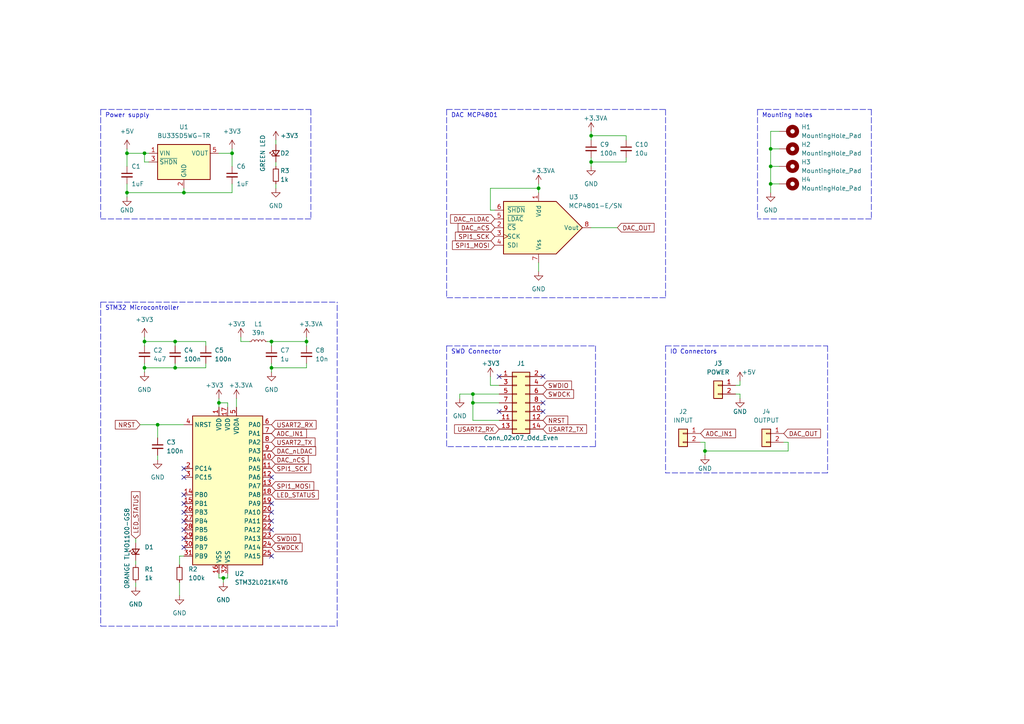
<source format=kicad_sch>
(kicad_sch (version 20211123) (generator eeschema)
  (paper "A4")
  (title_block (title "STM32L02 Test Board") (date "2022-03-16") (rev "1.0") (company "ENSEA"))
  (lib_symbols
    (symbol "Analog_DAC:MCP4801" (pin_names (offset 1.016))
      (property "Reference" "U" (at 1.27 10.795 0))
      (property "Value" "MCP4801" (at 1.27 8.89 0))
      (symbol "MCP4801_0_0"
        (polyline (pts (xy 12.7 0) (xy 5.08 7.62) (xy -10.16 7.62) (xy -10.16 -7.62) (xy 5.08 -7.62) (xy 12.7 0)) (stroke (width 0.254)) (fill (type background)))
      )
      (symbol "MCP4801_1_1"
        (pin power_in line (at 0 10.16 270) (length 2.54) (name "Vdd") (number "1"))
        (pin input line (at -12.7 0 0) (length 2.54) (name "~{CS}") (number "2"))
        (pin input clock (at -12.7 -2.54 0) (length 2.54) (name "SCK") (number "3"))
        (pin input line (at -12.7 -5.08 0) (length 2.54) (name "SDI") (number "4"))
        (pin input line (at -12.7 2.54 0) (length 2.54) (name "~{LDAC}") (number "5"))
        (pin input line (at -12.7 5.08 0) (length 2.54) (name "~{SHDN}") (number "6"))
        (pin power_in line (at 0 -10.16 90) (length 2.54) (name "Vss") (number "7"))
        (pin output line (at 15.24 0 180) (length 2.54) (name "Vout") (number "8"))
      )
    )
    (symbol "Connector_Generic:Conn_01x02" (pin_names (offset 1.016) hide)
      (property "Reference" "J" (at 0 2.54 0))
      (property "Value" "Conn_01x02" (at 0 -5.08 0))
      (symbol "Conn_01x02_1_1"
        (rectangle (start -1.27 -2.413) (end 0 -2.667) (stroke (width 0.1524)))
        (rectangle (start -1.27 0.127) (end 0 -0.127) (stroke (width 0.1524)))
        (rectangle (start -1.27 1.27) (end 1.27 -3.81) (stroke (width 0.254)) (fill (type background)))
        (pin passive line (at -5.08 0 0) (length 3.81) (name "Pin_1") (number "1"))
        (pin passive line (at -5.08 -2.54 0) (length 3.81) (name "Pin_2") (number "2"))
      )
    )
    (symbol "Connector_Generic:Conn_02x07_Odd_Even" (pin_names (offset 1.016) hide)
      (property "Reference" "J" (at 1.27 10.16 0))
      (property "Value" "Conn_02x07_Odd_Even" (at 1.27 -10.16 0))
      (symbol "Conn_02x07_Odd_Even_1_1"
        (rectangle (start -1.27 -7.493) (end 0 -7.747) (stroke (width 0.1524)))
        (rectangle (start -1.27 -4.953) (end 0 -5.207) (stroke (width 0.1524)))
        (rectangle (start -1.27 -2.413) (end 0 -2.667) (stroke (width 0.1524)))
        (rectangle (start -1.27 0.127) (end 0 -0.127) (stroke (width 0.1524)))
        (rectangle (start -1.27 2.667) (end 0 2.413) (stroke (width 0.1524)))
        (rectangle (start -1.27 5.207) (end 0 4.953) (stroke (width 0.1524)))
        (rectangle (start -1.27 7.747) (end 0 7.493) (stroke (width 0.1524)))
        (rectangle (start -1.27 8.89) (end 3.81 -8.89) (stroke (width 0.254)) (fill (type background)))
        (rectangle (start 3.81 -7.493) (end 2.54 -7.747) (stroke (width 0.1524)))
        (rectangle (start 3.81 -4.953) (end 2.54 -5.207) (stroke (width 0.1524)))
        (rectangle (start 3.81 -2.413) (end 2.54 -2.667) (stroke (width 0.1524)))
        (rectangle (start 3.81 0.127) (end 2.54 -0.127) (stroke (width 0.1524)))
        (rectangle (start 3.81 2.667) (end 2.54 2.413) (stroke (width 0.1524)))
        (rectangle (start 3.81 5.207) (end 2.54 4.953) (stroke (width 0.1524)))
        (rectangle (start 3.81 7.747) (end 2.54 7.493) (stroke (width 0.1524)))
        (pin passive line (at -5.08 7.62 0) (length 3.81) (name "Pin_1") (number "1"))
        (pin passive line (at 7.62 -2.54 180) (length 3.81) (name "Pin_10") (number "10"))
        (pin passive line (at -5.08 -5.08 0) (length 3.81) (name "Pin_11") (number "11"))
        (pin passive line (at 7.62 -5.08 180) (length 3.81) (name "Pin_12") (number "12"))
        (pin passive line (at -5.08 -7.62 0) (length 3.81) (name "Pin_13") (number "13"))
        (pin passive line (at 7.62 -7.62 180) (length 3.81) (name "Pin_14") (number "14"))
        (pin passive line (at 7.62 7.62 180) (length 3.81) (name "Pin_2") (number "2"))
        (pin passive line (at -5.08 5.08 0) (length 3.81) (name "Pin_3") (number "3"))
        (pin passive line (at 7.62 5.08 180) (length 3.81) (name "Pin_4") (number "4"))
        (pin passive line (at -5.08 2.54 0) (length 3.81) (name "Pin_5") (number "5"))
        (pin passive line (at 7.62 2.54 180) (length 3.81) (name "Pin_6") (number "6"))
        (pin passive line (at -5.08 0 0) (length 3.81) (name "Pin_7") (number "7"))
        (pin passive line (at 7.62 0 180) (length 3.81) (name "Pin_8") (number "8"))
        (pin passive line (at -5.08 -2.54 0) (length 3.81) (name "Pin_9") (number "9"))
      )
    )
    (symbol "Device:C_Small" (pin_numbers hide) (pin_names (offset 0.254) hide)
      (property "Reference" "C" (at 0.254 1.778 0))
      (property "Value" "C_Small" (at 0.254 -2.032 0))
      (symbol "C_Small_0_1"
        (polyline (pts (xy -1.524 -0.508) (xy 1.524 -0.508)) (stroke (width 0.3302)))
        (polyline (pts (xy -1.524 0.508) (xy 1.524 0.508)) (stroke (width 0.3048)))
      )
      (symbol "C_Small_1_1"
        (pin passive line (at 0 2.54 270) (length 2.032) (name "~") (number "1"))
        (pin passive line (at 0 -2.54 90) (length 2.032) (name "~") (number "2"))
      )
    )
    (symbol "Device:LED_Small" (pin_numbers hide) (pin_names (offset 0.254) hide)
      (property "Reference" "D" (at -1.27 3.175 0))
      (property "Value" "LED_Small" (at -4.445 -2.54 0))
      (symbol "LED_Small_0_1"
        (polyline (pts (xy -0.762 -1.016) (xy -0.762 1.016)) (stroke (width 0.254)))
        (polyline (pts (xy 1.016 0) (xy -0.762 0)))
        (polyline (pts (xy 0.762 -1.016) (xy -0.762 0) (xy 0.762 1.016) (xy 0.762 -1.016)) (stroke (width 0.254)))
        (polyline (pts (xy 0 0.762) (xy -0.508 1.27) (xy -0.254 1.27) (xy -0.508 1.27) (xy -0.508 1.016)))
        (polyline (pts (xy 0.508 1.27) (xy 0 1.778) (xy 0.254 1.778) (xy 0 1.778) (xy 0 1.524)))
      )
      (symbol "LED_Small_1_1"
        (pin passive line (at -2.54 0 0) (length 1.778) (name "K") (number "1"))
        (pin passive line (at 2.54 0 180) (length 1.778) (name "A") (number "2"))
      )
    )
    (symbol "Device:L_Small" (pin_numbers hide) (pin_names (offset 0.254) hide)
      (property "Reference" "L" (at 0.762 1.016 0))
      (property "Value" "L_Small" (at 0.762 -1.016 0))
      (symbol "L_Small_0_1"
        (arc (start 0 -2.032) (mid 0.508 -1.524) (end 0 -1.016))
        (arc (start 0 -1.016) (mid 0.508 -0.508) (end 0 0))
        (arc (start 0 0) (mid 0.508 0.508) (end 0 1.016))
        (arc (start 0 1.016) (mid 0.508 1.524) (end 0 2.032))
      )
      (symbol "L_Small_1_1"
        (pin passive line (at 0 2.54 270) (length 0.508) (name "~") (number "1"))
        (pin passive line (at 0 -2.54 90) (length 0.508) (name "~") (number "2"))
      )
    )
    (symbol "Device:R_Small" (pin_numbers hide) (pin_names (offset 0.254) hide)
      (property "Reference" "R" (at 0.762 0.508 0))
      (property "Value" "R_Small" (at 0.762 -1.016 0))
      (symbol "R_Small_0_1"
        (rectangle (start -0.762 1.778) (end 0.762 -1.778) (stroke (width 0.2032)))
      )
      (symbol "R_Small_1_1"
        (pin passive line (at 0 2.54 270) (length 0.762) (name "~") (number "1"))
        (pin passive line (at 0 -2.54 90) (length 0.762) (name "~") (number "2"))
      )
    )
    (symbol "MCU_ST_STM32L0:STM32L021K4Tx"
      (property "Reference" "U" (at -10.16 21.59 0))
      (property "Value" "STM32L021K4Tx" (at 5.08 21.59 0))
      (symbol "STM32L021K4Tx_0_1"
        (rectangle (start -10.16 -22.86) (end 10.16 20.32) (stroke (width 0.254)) (fill (type background)))
      )
      (symbol "STM32L021K4Tx_1_1"
        (pin power_in line (at -2.54 22.86 270) (length 2.54) (name "VDD") (number "1"))
        (pin bidirectional line (at 12.7 7.62 180) (length 2.54) (name "PA4") (number "10"))
        (pin bidirectional line (at 12.7 5.08 180) (length 2.54) (name "PA5") (number "11"))
        (pin bidirectional line (at 12.7 2.54 180) (length 2.54) (name "PA6") (number "12"))
        (pin bidirectional line (at 12.7 0 180) (length 2.54) (name "PA7") (number "13"))
        (pin bidirectional line (at -12.7 -2.54 0) (length 2.54) (name "PB0") (number "14"))
        (pin bidirectional line (at -12.7 -5.08 0) (length 2.54) (name "PB1") (number "15"))
        (pin power_in line (at -2.54 -25.4 90) (length 2.54) (name "VSS") (number "16"))
        (pin power_in line (at 0 22.86 270) (length 2.54) (name "VDD") (number "17"))
        (pin bidirectional line (at 12.7 -2.54 180) (length 2.54) (name "PA8") (number "18"))
        (pin bidirectional line (at 12.7 -5.08 180) (length 2.54) (name "PA9") (number "19"))
        (pin bidirectional line (at -12.7 5.08 0) (length 2.54) (name "PC14") (number "2"))
        (pin bidirectional line (at 12.7 -7.62 180) (length 2.54) (name "PA10") (number "20"))
        (pin bidirectional line (at 12.7 -10.16 180) (length 2.54) (name "PA11") (number "21"))
        (pin bidirectional line (at 12.7 -12.7 180) (length 2.54) (name "PA12") (number "22"))
        (pin bidirectional line (at 12.7 -15.24 180) (length 2.54) (name "PA13") (number "23"))
        (pin bidirectional line (at 12.7 -17.78 180) (length 2.54) (name "PA14") (number "24"))
        (pin bidirectional line (at 12.7 -20.32 180) (length 2.54) (name "PA15") (number "25"))
        (pin bidirectional line (at -12.7 -7.62 0) (length 2.54) (name "PB3") (number "26"))
        (pin bidirectional line (at -12.7 -10.16 0) (length 2.54) (name "PB4") (number "27"))
        (pin bidirectional line (at -12.7 -12.7 0) (length 2.54) (name "PB5") (number "28"))
        (pin bidirectional line (at -12.7 -15.24 0) (length 2.54) (name "PB6") (number "29"))
        (pin bidirectional line (at -12.7 2.54 0) (length 2.54) (name "PC15") (number "3"))
        (pin bidirectional line (at -12.7 -17.78 0) (length 2.54) (name "PB7") (number "30"))
        (pin bidirectional line (at -12.7 -20.32 0) (length 2.54) (name "PB9") (number "31"))
        (pin power_in line (at 0 -25.4 90) (length 2.54) (name "VSS") (number "32"))
        (pin input line (at -12.7 17.78 0) (length 2.54) (name "NRST") (number "4"))
        (pin power_in line (at 2.54 22.86 270) (length 2.54) (name "VDDA") (number "5"))
        (pin bidirectional line (at 12.7 17.78 180) (length 2.54) (name "PA0") (number "6"))
        (pin bidirectional line (at 12.7 15.24 180) (length 2.54) (name "PA1") (number "7"))
        (pin bidirectional line (at 12.7 12.7 180) (length 2.54) (name "PA2") (number "8"))
        (pin bidirectional line (at 12.7 10.16 180) (length 2.54) (name "PA3") (number "9"))
      )
    )
    (symbol "Mechanical:MountingHole_Pad" (pin_numbers hide) (pin_names (offset 1.016) hide)
      (property "Reference" "H" (at 0 6.35 0))
      (property "Value" "MountingHole_Pad" (at 0 4.445 0))
      (symbol "MountingHole_Pad_0_1"
        (circle (center 0 1.27) (radius 1.27) (stroke (width 1.27)))
      )
      (symbol "MountingHole_Pad_1_1"
        (pin input line (at 0 -2.54 90) (length 2.54) (name "1") (number "1"))
      )
    )
    (symbol "Regulator_Linear:MCP1802x-xx02xOT"
      (property "Reference" "U" (at -6.35 6.35 0))
      (property "Value" "MCP1802x-xx02xOT" (at 0 6.35 0))
      (symbol "MCP1802x-xx02xOT_0_1"
        (rectangle (start -7.62 5.08) (end 7.62 -5.08) (stroke (width 0.254)) (fill (type background)))
      )
      (symbol "MCP1802x-xx02xOT_1_1"
        (pin power_in line (at -10.16 2.54 0) (length 2.54) (name "VIN") (number "1"))
        (pin power_in line (at 0 -7.62 90) (length 2.54) (name "GND") (number "2"))
        (pin input line (at -10.16 0 0) (length 2.54) (name "~{SHDN}") (number "3"))
        (pin no_connect line (at 7.62 0 180) (length 2.54) hide (name "NC") (number "4"))
        (pin power_out line (at 10.16 2.54 180) (length 2.54) (name "VOUT") (number "5"))
      )
    )
    (symbol "power:+3.3V" (power) (pin_names (offset 0))
      (property "Value" "+3.3V" (at 0 3.556 0))
      (symbol "+3.3V_0_1"
        (polyline (pts (xy -0.762 1.27) (xy 0 2.54)))
        (polyline (pts (xy 0 0) (xy 0 2.54)))
        (polyline (pts (xy 0 2.54) (xy 0.762 1.27)))
      )
      (symbol "+3.3V_1_1"
        (pin power_in line (at 0 0 90) (length 0) hide (name "+3V3") (number "1"))
      )
    )
    (symbol "power:+3.3VA" (power) (pin_names (offset 0))
      (property "Value" "+3.3VA" (at 0 3.556 0))
      (symbol "+3.3VA_0_1"
        (polyline (pts (xy -0.762 1.27) (xy 0 2.54)))
        (polyline (pts (xy 0 0) (xy 0 2.54)))
        (polyline (pts (xy 0 2.54) (xy 0.762 1.27)))
      )
      (symbol "+3.3VA_1_1"
        (pin power_in line (at 0 0 90) (length 0) hide (name "+3.3VA") (number "1"))
      )
    )
    (symbol "power:+5V" (power) (pin_names (offset 0))
      (property "Value" "+5V" (at 0 3.556 0))
      (symbol "+5V_0_1"
        (polyline (pts (xy -0.762 1.27) (xy 0 2.54)))
        (polyline (pts (xy 0 0) (xy 0 2.54)))
        (polyline (pts (xy 0 2.54) (xy 0.762 1.27)))
      )
      (symbol "+5V_1_1"
        (pin power_in line (at 0 0 90) (length 0) hide (name "+5V") (number "1"))
      )
    )
    (symbol "power:GND" (power) (pin_names (offset 0))
      (property "Value" "GND" (at 0 -3.81 0))
      (symbol "GND_0_1"
        (polyline (pts (xy 0 0) (xy 0 -1.27) (xy 1.27 -1.27) (xy 0 -2.54) (xy -1.27 -1.27) (xy 0 -1.27)))
      )
      (symbol "GND_1_1"
        (pin power_in line (at 0 0 270) (length 0) hide (name "GND") (number "1"))
      )
    )
  )
  (junction (at 36.83 55.88))
  (junction (at 88.9 99.06))
  (junction (at 64.77 167.64))
  (junction (at 45.72 123.19))
  (junction (at 53.34 55.88))
  (junction (at 67.31 44.45))
  (junction (at 171.45 39.37))
  (junction (at 63.5 116.84))
  (junction (at 204.47 130.81))
  (junction (at 171.45 46.99))
  (junction (at 137.16 114.3))
  (junction (at 223.52 43.18))
  (junction (at 50.8 106.68))
  (junction (at 41.91 44.45))
  (junction (at 50.8 99.06))
  (junction (at 137.16 116.84))
  (junction (at 41.91 99.06))
  (junction (at 36.83 44.45))
  (junction (at 78.74 106.68))
  (junction (at 156.21 54.61))
  (junction (at 223.52 48.26))
  (junction (at 78.74 99.06))
  (junction (at 41.91 106.68))
  (junction (at 223.52 53.34))
  (no_connect (at 53.34 156.21))
  (no_connect (at 78.74 153.67))
  (no_connect (at 53.34 146.05))
  (no_connect (at 144.78 109.22))
  (no_connect (at 157.48 109.22))
  (no_connect (at 78.74 161.29))
  (no_connect (at 53.34 135.89))
  (no_connect (at 53.34 138.43))
  (no_connect (at 53.34 143.51))
  (no_connect (at 78.74 146.05))
  (no_connect (at 53.34 153.67))
  (no_connect (at 157.48 116.84))
  (no_connect (at 157.48 119.38))
  (no_connect (at 53.34 151.13))
  (no_connect (at 53.34 158.75))
  (no_connect (at 78.74 138.43))
  (no_connect (at 53.34 148.59))
  (no_connect (at 144.78 119.38))
  (no_connect (at 78.74 148.59))
  (no_connect (at 78.74 151.13))
  (wire (pts (xy 41.91 97.79) (xy 41.91 99.06)))
  (polyline (pts (xy 193.04 100.33) (xy 240.03 100.33)))
  (wire (pts (xy 88.9 97.79) (xy 88.9 99.06)))
  (wire (pts (xy 223.52 48.26) (xy 226.06 48.26)))
  (wire (pts (xy 156.21 53.34) (xy 156.21 54.61)))
  (wire (pts (xy 67.31 55.88) (xy 67.31 53.34)))
  (wire (pts (xy 41.91 99.06) (xy 50.8 99.06)))
  (wire (pts (xy 223.52 48.26) (xy 223.52 43.18)))
  (wire (pts (xy 41.91 106.68) (xy 50.8 106.68)))
  (polyline (pts (xy 29.21 181.61) (xy 97.79 181.61)))
  (wire (pts (xy 137.16 121.92) (xy 137.16 116.84)))
  (polyline (pts (xy 252.73 31.75) (xy 252.73 63.5)))
  (wire (pts (xy 67.31 48.26) (xy 67.31 44.45)))
  (wire (pts (xy 204.47 130.81) (xy 204.47 128.27)))
  (wire (pts (xy 203.2 128.27) (xy 204.47 128.27)))
  (wire (pts (xy 144.78 111.76) (xy 142.24 111.76)))
  (polyline (pts (xy 172.72 129.54) (xy 129.54 129.54)))
  (wire (pts (xy 41.91 44.45) (xy 43.18 44.45)))
  (wire (pts (xy 227.33 128.27) (xy 228.6 128.27)))
  (wire (pts (xy 63.5 167.64) (xy 64.77 167.64)))
  (wire (pts (xy 64.77 167.64) (xy 64.77 168.91)))
  (wire (pts (xy 41.91 106.68) (xy 41.91 107.95)))
  (wire (pts (xy 214.63 111.76) (xy 214.63 110.49)))
  (wire (pts (xy 137.16 116.84) (xy 144.78 116.84)))
  (wire (pts (xy 204.47 130.81) (xy 204.47 132.08)))
  (wire (pts (xy 36.83 44.45) (xy 41.91 44.45)))
  (wire (pts (xy 66.04 166.37) (xy 66.04 167.64)))
  (wire (pts (xy 36.83 55.88) (xy 36.83 57.15)))
  (wire (pts (xy 63.5 116.84) (xy 66.04 116.84)))
  (polyline (pts (xy 29.21 87.63) (xy 97.79 87.63)))
  (wire (pts (xy 45.72 123.19) (xy 45.72 127)))
  (wire (pts (xy 223.52 55.88) (xy 223.52 53.34)))
  (wire (pts (xy 77.47 99.06) (xy 78.74 99.06)))
  (wire (pts (xy 63.5 118.11) (xy 63.5 116.84)))
  (polyline (pts (xy 90.17 63.5) (xy 29.21 63.5)))
  (wire (pts (xy 137.16 114.3) (xy 133.35 114.3)))
  (wire (pts (xy 228.6 130.81) (xy 204.47 130.81)))
  (wire (pts (xy 171.45 46.99) (xy 171.45 48.26)))
  (polyline (pts (xy 97.79 181.61) (xy 97.79 87.63)))
  (polyline (pts (xy 129.54 31.75) (xy 129.54 86.36)))
  (wire (pts (xy 171.45 46.99) (xy 181.61 46.99)))
  (wire (pts (xy 78.74 105.41) (xy 78.74 106.68)))
  (wire (pts (xy 156.21 54.61) (xy 142.24 54.61)))
  (wire (pts (xy 137.16 121.92) (xy 144.78 121.92)))
  (wire (pts (xy 78.74 106.68) (xy 78.74 107.95)))
  (wire (pts (xy 67.31 44.45) (xy 63.5 44.45)))
  (wire (pts (xy 213.36 111.76) (xy 214.63 111.76)))
  (polyline (pts (xy 252.73 63.5) (xy 219.71 63.5)))
  (wire (pts (xy 45.72 123.19) (xy 53.34 123.19)))
  (wire (pts (xy 223.52 53.34) (xy 223.52 48.26)))
  (wire (pts (xy 142.24 111.76) (xy 142.24 109.22)))
  (wire (pts (xy 214.63 114.3) (xy 214.63 115.57)))
  (polyline (pts (xy 90.17 31.75) (xy 90.17 63.5)))
  (wire (pts (xy 41.91 105.41) (xy 41.91 106.68)))
  (wire (pts (xy 50.8 99.06) (xy 50.8 100.33)))
  (wire (pts (xy 223.52 53.34) (xy 226.06 53.34)))
  (wire (pts (xy 80.01 40.64) (xy 80.01 41.91)))
  (wire (pts (xy 52.07 168.91) (xy 52.07 172.72)))
  (wire (pts (xy 45.72 132.08) (xy 45.72 133.35)))
  (wire (pts (xy 59.69 99.06) (xy 59.69 100.33)))
  (wire (pts (xy 66.04 116.84) (xy 66.04 118.11)))
  (wire (pts (xy 59.69 106.68) (xy 59.69 105.41)))
  (wire (pts (xy 171.45 66.04) (xy 179.07 66.04)))
  (wire (pts (xy 36.83 55.88) (xy 53.34 55.88)))
  (polyline (pts (xy 219.71 31.75) (xy 252.73 31.75)))
  (wire (pts (xy 36.83 53.34) (xy 36.83 55.88)))
  (wire (pts (xy 53.34 54.61) (xy 53.34 55.88)))
  (wire (pts (xy 171.45 39.37) (xy 181.61 39.37)))
  (polyline (pts (xy 129.54 100.33) (xy 172.72 100.33)))
  (wire (pts (xy 63.5 115.57) (xy 63.5 116.84)))
  (polyline (pts (xy 193.04 31.75) (xy 193.04 86.36)))
  (wire (pts (xy 171.45 39.37) (xy 171.45 40.64)))
  (wire (pts (xy 69.85 97.79) (xy 69.85 99.06)))
  (polyline (pts (xy 240.03 100.33) (xy 240.03 137.16)))
  (wire (pts (xy 50.8 106.68) (xy 50.8 105.41)))
  (wire (pts (xy 69.85 99.06) (xy 72.39 99.06)))
  (polyline (pts (xy 172.72 100.33) (xy 172.72 129.54)))
  (wire (pts (xy 78.74 106.68) (xy 88.9 106.68)))
  (wire (pts (xy 171.45 38.1) (xy 171.45 39.37)))
  (wire (pts (xy 78.74 99.06) (xy 78.74 100.33)))
  (wire (pts (xy 50.8 106.68) (xy 59.69 106.68)))
  (polyline (pts (xy 240.03 137.16) (xy 193.04 137.16)))
  (wire (pts (xy 80.01 46.99) (xy 80.01 48.26)))
  (wire (pts (xy 36.83 48.26) (xy 36.83 44.45)))
  (wire (pts (xy 223.52 43.18) (xy 223.52 38.1)))
  (wire (pts (xy 223.52 43.18) (xy 226.06 43.18)))
  (wire (pts (xy 53.34 55.88) (xy 67.31 55.88)))
  (polyline (pts (xy 193.04 100.33) (xy 193.04 137.16)))
  (wire (pts (xy 39.37 162.56) (xy 39.37 163.83)))
  (wire (pts (xy 137.16 116.84) (xy 137.16 114.3)))
  (wire (pts (xy 39.37 156.21) (xy 39.37 157.48)))
  (wire (pts (xy 142.24 60.96) (xy 143.51 60.96)))
  (wire (pts (xy 64.77 167.64) (xy 66.04 167.64)))
  (wire (pts (xy 39.37 168.91) (xy 39.37 170.18)))
  (wire (pts (xy 41.91 99.06) (xy 41.91 100.33)))
  (wire (pts (xy 213.36 114.3) (xy 214.63 114.3)))
  (wire (pts (xy 43.18 46.99) (xy 41.91 46.99)))
  (wire (pts (xy 50.8 99.06) (xy 59.69 99.06)))
  (wire (pts (xy 181.61 46.99) (xy 181.61 45.72)))
  (wire (pts (xy 228.6 128.27) (xy 228.6 130.81)))
  (wire (pts (xy 80.01 53.34) (xy 80.01 54.61)))
  (wire (pts (xy 68.58 115.57) (xy 68.58 118.11)))
  (wire (pts (xy 41.91 46.99) (xy 41.91 44.45)))
  (polyline (pts (xy 129.54 100.33) (xy 129.54 129.54)))
  (polyline (pts (xy 219.71 31.75) (xy 219.71 63.5)))
  (polyline (pts (xy 29.21 31.75) (xy 90.17 31.75)))
  (wire (pts (xy 181.61 40.64) (xy 181.61 39.37)))
  (wire (pts (xy 133.35 114.3) (xy 133.35 115.57)))
  (wire (pts (xy 78.74 99.06) (xy 88.9 99.06)))
  (wire (pts (xy 88.9 106.68) (xy 88.9 105.41)))
  (wire (pts (xy 40.64 123.19) (xy 45.72 123.19)))
  (polyline (pts (xy 193.04 86.36) (xy 129.54 86.36)))
  (wire (pts (xy 63.5 166.37) (xy 63.5 167.64)))
  (wire (pts (xy 88.9 99.06) (xy 88.9 100.33)))
  (polyline (pts (xy 129.54 31.75) (xy 193.04 31.75)))
  (wire (pts (xy 137.16 114.3) (xy 144.78 114.3)))
  (wire (pts (xy 52.07 161.29) (xy 53.34 161.29)))
  (wire (pts (xy 156.21 76.2) (xy 156.21 78.74)))
  (polyline (pts (xy 29.21 87.63) (xy 29.21 181.61)))
  (wire (pts (xy 52.07 161.29) (xy 52.07 163.83)))
  (wire (pts (xy 67.31 43.18) (xy 67.31 44.45)))
  (wire (pts (xy 223.52 38.1) (xy 226.06 38.1)))
  (wire (pts (xy 36.83 43.18) (xy 36.83 44.45)))
  (wire (pts (xy 156.21 54.61) (xy 156.21 55.88)))
  (wire (pts (xy 171.45 45.72) (xy 171.45 46.99)))
  (polyline (pts (xy 29.21 31.75) (xy 29.21 63.5)))
  (wire (pts (xy 142.24 54.61) (xy 142.24 60.96)))
  (text "DAC MCP4801" (at 130.81 34.29 0) (effects (font (size 1.27 1.27)) (justify left bottom)))
  (text "STM32 Microcontroller" (at 30.48 90.17 0) (effects (font (size 1.27 1.27)) (justify left bottom)))
  (text "Power supply" (at 30.48 34.29 0) (effects (font (size 1.27 1.27)) (justify left bottom)))
  (text "IO Connectors" (at 194.31 102.87 0) (effects (font (size 1.27 1.27)) (justify left bottom)))
  (text "Mounting holes" (at 220.98 34.29 0) (effects (font (size 1.27 1.27)) (justify left bottom)))
  (text "SWD Connector" (at 130.81 102.87 0) (effects (font (size 1.27 1.27)) (justify left bottom)))
  (global_label "USART2_TX" (shape input) (at 157.48 124.46 0) (property "Références Inter-Feuilles" "${INTERSHEET_REFS}" (effects hide)))
  (global_label "ADC_IN1" (shape input) (at 203.2 125.73 0) (property "Références Inter-Feuilles" "${INTERSHEET_REFS}" (effects hide)))
  (global_label "LED_STATUS" (shape input) (at 39.37 156.21 90) (property "Références Inter-Feuilles" "${INTERSHEET_REFS}" (effects hide)))
  (global_label "NRST" (shape input) (at 40.64 123.19 180) (property "Références Inter-Feuilles" "${INTERSHEET_REFS}" (effects hide)))
  (global_label "SPI1_SCK" (shape input) (at 78.74 135.89 0) (property "Références Inter-Feuilles" "${INTERSHEET_REFS}" (effects hide)))
  (global_label "SWDIO" (shape input) (at 157.48 111.76 0) (property "Références Inter-Feuilles" "${INTERSHEET_REFS}" (effects hide)))
  (global_label "NRST" (shape input) (at 157.48 121.92 0) (property "Références Inter-Feuilles" "${INTERSHEET_REFS}" (effects hide)))
  (global_label "USART2_TX" (shape input) (at 78.74 128.27 0) (property "Références Inter-Feuilles" "${INTERSHEET_REFS}" (effects hide)))
  (global_label "SPI1_MOSI" (shape input) (at 78.74 140.97 0) (property "Références Inter-Feuilles" "${INTERSHEET_REFS}" (effects hide)))
  (global_label "USART2_RX" (shape input) (at 78.74 123.19 0) (property "Références Inter-Feuilles" "${INTERSHEET_REFS}" (effects hide)))
  (global_label "SPI1_SCK" (shape input) (at 143.51 68.58 180) (property "Références Inter-Feuilles" "${INTERSHEET_REFS}" (effects hide)))
  (global_label "DAC_OUT" (shape input) (at 179.07 66.04 0) (property "Références Inter-Feuilles" "${INTERSHEET_REFS}" (effects hide)))
  (global_label "DAC_nLDAC" (shape input) (at 78.74 130.81 0) (property "Références Inter-Feuilles" "${INTERSHEET_REFS}" (effects hide)))
  (global_label "DAC_nCS" (shape input) (at 78.74 133.35 0) (property "Références Inter-Feuilles" "${INTERSHEET_REFS}" (effects hide)))
  (global_label "ADC_IN1" (shape input) (at 78.74 125.73 0) (property "Références Inter-Feuilles" "${INTERSHEET_REFS}" (effects hide)))
  (global_label "DAC_OUT" (shape input) (at 227.33 125.73 0) (property "Références Inter-Feuilles" "${INTERSHEET_REFS}" (effects hide)))
  (global_label "SWDCK" (shape input) (at 78.74 158.75 0) (property "Références Inter-Feuilles" "${INTERSHEET_REFS}" (effects hide)))
  (global_label "USART2_RX" (shape input) (at 144.78 124.46 180) (property "Références Inter-Feuilles" "${INTERSHEET_REFS}" (effects hide)))
  (global_label "DAC_nCS" (shape input) (at 143.51 66.04 180) (property "Références Inter-Feuilles" "${INTERSHEET_REFS}" (effects hide)))
  (global_label "SPI1_MOSI" (shape input) (at 143.51 71.12 180) (property "Références Inter-Feuilles" "${INTERSHEET_REFS}" (effects hide)))
  (global_label "SWDIO" (shape input) (at 78.74 156.21 0) (property "Références Inter-Feuilles" "${INTERSHEET_REFS}" (effects hide)))
  (global_label "SWDCK" (shape input) (at 157.48 114.3 0) (property "Références Inter-Feuilles" "${INTERSHEET_REFS}" (effects hide)))
  (global_label "LED_STATUS" (shape input) (at 78.74 143.51 0) (property "Références Inter-Feuilles" "${INTERSHEET_REFS}" (effects hide)))
  (global_label "DAC_nLDAC" (shape input) (at 143.51 63.5 180) (property "Références Inter-Feuilles" "${INTERSHEET_REFS}" (effects hide)))
  (symbol (lib_id "Device:C_Small") (at 41.91 102.87 0) (unit 1)
    (property "Reference" "C2" (at 44.45 101.6062 0) (effects (justify left)))
    (property "Value" "4u7" (at 44.45 104.1462 0) (effects (justify left)))
    (property "Footprint" "Capacitor_SMD:C_0805_2012Metric_Pad1.18x1.45mm_HandSolder" (effects hide))
  )
  (symbol (lib_id "Regulator_Linear:MCP1802x-xx02xOT") (at 53.34 46.99 0) (unit 1)
    (property "Reference" "U1" (at 53.34 36.83 0))
    (property "Value" "BU33SD5WG-TR" (at 53.34 39.37 0))
    (property "Footprint" "Package_TO_SOT_SMD:SOT-23-5" (effects hide))
    (property "Datasheet" "http://ww1.microchip.com/downloads/en/DeviceDoc/22053C.pdf" (effects hide))
  )
  (symbol (lib_id "Device:C_Small") (at 59.69 102.87 0) (unit 1)
    (property "Reference" "C5" (at 62.23 101.6062 0) (effects (justify left)))
    (property "Value" "100n" (at 62.23 104.1462 0) (effects (justify left)))
    (property "Footprint" "Capacitor_SMD:C_0805_2012Metric_Pad1.18x1.45mm_HandSolder" (effects hide))
  )
  (symbol (lib_id "power:GND") (at 36.83 57.15 0) (unit 1)
    (property "Reference" "#PWR?" (effects hide))
    (property "Value" "GND" (at 36.83 60.96 0))
  )
  (symbol (lib_id "power:+3.3VA") (at 156.21 53.34 0) (unit 1)
    (property "Reference" "#PWR018" (effects hide))
    (property "Value" "+3.3VA" (at 157.48 49.53 0))
  )
  (symbol (lib_id "Device:LED_Small") (at 39.37 160.02 90) (unit 1)
    (property "Reference" "D1" (at 41.91 158.6864 90) (effects (justify right)))
    (property "Value" "ORANGE TLMO1100-GS8" (at 36.83 147.32 0) (effects (justify right)))
    (property "Footprint" "LED_SMD:LED_0603_1608Metric_Pad1.05x0.95mm_HandSolder" (effects hide))
  )
  (symbol (lib_id "Device:C_Small") (at 67.31 50.8 0) (unit 1)
    (property "Reference" "C6" (at 68.58 48.26 0) (effects (justify left)))
    (property "Value" "1uF" (at 68.58 53.34 0) (effects (justify left)))
    (property "Footprint" "Capacitor_SMD:C_0805_2012Metric" (effects hide))
  )
  (symbol (lib_id "Device:L_Small") (at 74.93 99.06 90) (unit 1)
    (property "Reference" "L1" (at 74.93 93.98 90))
    (property "Value" "39n" (at 74.93 96.52 90))
    (property "Footprint" "Inductor_SMD:L_0805_2012Metric_Pad1.05x1.20mm_HandSolder" (effects hide))
  )
  (symbol (lib_id "power:GND") (at 223.52 55.88 0) (unit 1)
    (property "Reference" "#PWR025" (effects hide))
    (property "Value" "GND" (at 223.52 60.96 0))
  )
  (symbol (lib_id "power:GND") (at 214.63 115.57 0) (mirror y) (unit 1)
    (property "Reference" "#PWR024" (effects hide))
    (property "Value" "GND" (at 214.63 119.38 0))
  )
  (symbol (lib_id "power:GND") (at 39.37 170.18 0) (unit 1)
    (property "Reference" "#PWR02" (effects hide))
    (property "Value" "GND" (at 39.37 175.26 0))
  )
  (symbol (lib_id "Analog_DAC:MCP4801") (at 156.21 66.04 0) (unit 1)
    (property "Reference" "U3" (at 166.37 57.15 0))
    (property "Value" "MCP4801-E/SN" (at 172.72 59.69 0))
    (property "Footprint" "Package_SO:SOIC-8_3.9x4.9mm_P1.27mm" (effects hide))
    (property "Datasheet" "http://ww1.microchip.com/downloads/en/DeviceDoc/22244B.pdf" (effects hide))
  )
  (symbol (lib_id "Device:C_Small") (at 45.72 129.54 0) (unit 1)
    (property "Reference" "C3" (at 48.26 128.2762 0) (effects (justify left)))
    (property "Value" "100n" (at 48.26 130.8162 0) (effects (justify left)))
    (property "Footprint" "Capacitor_SMD:C_0805_2012Metric_Pad1.18x1.45mm_HandSolder" (effects hide))
  )
  (symbol (lib_id "power:GND") (at 204.47 132.08 0) (unit 1)
    (property "Reference" "#PWR022" (effects hide))
    (property "Value" "GND" (at 204.47 135.89 0))
  )
  (symbol (lib_id "Mechanical:MountingHole_Pad") (at 228.6 43.18 270) (unit 1)
    (property "Reference" "H2" (at 232.41 41.9099 90) (effects (justify left)))
    (property "Value" "MountingHole_Pad" (at 232.41 44.4499 90) (effects (justify left)))
    (property "Footprint" "MountingHole:MountingHole_3.2mm_M3_Pad" (effects hide))
  )
  (symbol (lib_id "power:+3.3V") (at 80.01 40.64 0) (unit 1)
    (property "Reference" "#PWR013" (effects hide))
    (property "Value" "+3.3V" (at 81.28 39.37 0) (effects (justify left)))
  )
  (symbol (lib_id "power:+5V") (at 36.83 43.18 0) (unit 1)
    (property "Reference" "#PWR01" (effects hide))
    (property "Value" "+5V" (at 36.83 38.1 0))
  )
  (symbol (lib_id "power:GND") (at 80.01 54.61 0) (unit 1)
    (property "Reference" "#PWR014" (effects hide))
    (property "Value" "GND" (at 80.01 59.69 0))
  )
  (symbol (lib_id "Connector_Generic:Conn_02x07_Odd_Even") (at 149.86 116.84 0) (unit 1)
    (property "Reference" "J1" (at 151.13 105.41 0))
    (property "Value" "Conn_02x07_Odd_Even" (at 151.13 127 0))
    (property "Footprint" "Connector_PinHeader_1.27mm:PinHeader_2x07_P1.27mm_Vertical_SMD" (effects hide))
  )
  (symbol (lib_id "power:GND") (at 45.72 133.35 0) (unit 1)
    (property "Reference" "#PWR05" (effects hide))
    (property "Value" "GND" (at 45.72 138.43 0))
  )
  (symbol (lib_id "power:+3.3V") (at 142.24 109.22 0) (unit 1)
    (property "Reference" "#PWR017" (effects hide))
    (property "Value" "+3.3V" (at 139.7 105.41 0) (effects (justify left)))
  )
  (symbol (lib_id "power:GND") (at 156.21 78.74 0) (unit 1)
    (property "Reference" "#PWR019" (effects hide))
    (property "Value" "GND" (at 156.21 83.82 0))
  )
  (symbol (lib_id "power:+3.3V") (at 67.31 43.18 0) (unit 1)
    (property "Reference" "#PWR09" (effects hide))
    (property "Value" "+3.3V" (at 67.31 38.1 0))
  )
  (symbol (lib_id "Device:C_Small") (at 78.74 102.87 0) (unit 1)
    (property "Reference" "C7" (at 81.28 101.6062 0) (effects (justify left)))
    (property "Value" "1u" (at 81.28 104.1462 0) (effects (justify left)))
    (property "Footprint" "Capacitor_SMD:C_0805_2012Metric_Pad1.18x1.45mm_HandSolder" (effects hide))
  )
  (symbol (lib_id "Connector_Generic:Conn_01x02") (at 208.28 111.76 0) (mirror y) (unit 1)
    (property "Reference" "J3" (at 208.28 105.41 0))
    (property "Value" "POWER" (at 208.28 107.95 0))
    (property "Footprint" "Connector_JST:JST_XH_B2B-XH-A_1x02_P2.50mm_Vertical" (effects hide))
  )
  (symbol (lib_id "Device:C_Small") (at 171.45 43.18 0) (unit 1)
    (property "Reference" "C9" (at 173.99 41.9162 0) (effects (justify left)))
    (property "Value" "100n" (at 173.99 44.4562 0) (effects (justify left)))
    (property "Footprint" "Capacitor_SMD:C_0805_2012Metric_Pad1.18x1.45mm_HandSolder" (effects hide))
  )
  (symbol (lib_id "power:+3.3V") (at 69.85 97.79 0) (unit 1)
    (property "Reference" "#PWR011" (effects hide))
    (property "Value" "+3.3V" (at 68.58 93.98 0))
  )
  (symbol (lib_id "Device:C_Small") (at 88.9 102.87 0) (unit 1)
    (property "Reference" "C8" (at 91.44 101.6062 0) (effects (justify left)))
    (property "Value" "10n" (at 91.44 104.1462 0) (effects (justify left)))
    (property "Footprint" "Capacitor_SMD:C_0805_2012Metric_Pad1.18x1.45mm_HandSolder" (effects hide))
  )
  (symbol (lib_id "Connector_Generic:Conn_01x02") (at 222.25 125.73 0) (mirror y) (unit 1)
    (property "Reference" "J4" (at 222.25 119.38 0))
    (property "Value" "OUTPUT" (at 222.25 121.92 0))
    (property "Footprint" "Connector_JST:JST_XH_B2B-XH-A_1x02_P2.50mm_Vertical" (effects hide))
  )
  (symbol (lib_id "power:GND") (at 78.74 107.95 0) (unit 1)
    (property "Reference" "#PWR012" (effects hide))
    (property "Value" "GND" (at 78.74 113.03 0))
  )
  (symbol (lib_id "power:+3.3V") (at 63.5 115.57 0) (unit 1)
    (property "Reference" "#PWR07" (effects hide))
    (property "Value" "+3.3V" (at 62.23 111.76 0))
  )
  (symbol (lib_id "power:+3.3VA") (at 171.45 38.1 0) (unit 1)
    (property "Reference" "#PWR020" (effects hide))
    (property "Value" "+3.3VA" (at 172.72 34.29 0))
  )
  (symbol (lib_id "power:+3.3VA") (at 68.58 115.57 0) (unit 1)
    (property "Reference" "#PWR010" (effects hide))
    (property "Value" "+3.3VA" (at 69.85 111.76 0))
  )
  (symbol (lib_id "power:GND") (at 171.45 48.26 0) (unit 1)
    (property "Reference" "#PWR021" (effects hide))
    (property "Value" "GND" (at 171.45 53.34 0))
  )
  (symbol (lib_id "Device:LED_Small") (at 80.01 44.45 90) (unit 1)
    (property "Reference" "D2" (at 81.28 44.45 90) (effects (justify right)))
    (property "Value" "GREEN LED" (at 76.2 44.45 0))
    (property "Footprint" "LED_SMD:LED_0603_1608Metric_Pad1.05x0.95mm_HandSolder" (effects hide))
  )
  (symbol (lib_id "Mechanical:MountingHole_Pad") (at 228.6 53.34 270) (unit 1)
    (property "Reference" "H4" (at 232.41 52.0699 90) (effects (justify left)))
    (property "Value" "MountingHole_Pad" (at 232.41 54.6099 90) (effects (justify left)))
    (property "Footprint" "MountingHole:MountingHole_3.2mm_M3_Pad" (effects hide))
  )
  (symbol (lib_id "power:GND") (at 41.91 107.95 0) (unit 1)
    (property "Reference" "#PWR04" (effects hide))
    (property "Value" "GND" (at 41.91 113.03 0))
  )
  (symbol (lib_id "Device:C_Small") (at 36.83 50.8 0) (unit 1)
    (property "Reference" "C1" (at 38.1 48.26 0) (effects (justify left)))
    (property "Value" "1uF" (at 38.1 53.34 0) (effects (justify left)))
    (property "Footprint" "Capacitor_SMD:C_0805_2012Metric" (effects hide))
  )
  (symbol (lib_id "power:+3.3VA") (at 88.9 97.79 0) (unit 1)
    (property "Reference" "#PWR015" (effects hide))
    (property "Value" "+3.3VA" (at 90.17 93.98 0))
  )
  (symbol (lib_id "Device:C_Small") (at 181.61 43.18 0) (unit 1)
    (property "Reference" "C10" (at 184.15 41.9162 0) (effects (justify left)))
    (property "Value" "10u" (at 184.15 44.4562 0) (effects (justify left)))
    (property "Footprint" "Capacitor_SMD:C_0805_2012Metric" (effects hide))
  )
  (symbol (lib_id "Mechanical:MountingHole_Pad") (at 228.6 38.1 270) (unit 1)
    (property "Reference" "H1" (at 232.41 36.8299 90) (effects (justify left)))
    (property "Value" "MountingHole_Pad" (at 232.41 39.3699 90) (effects (justify left)))
    (property "Footprint" "MountingHole:MountingHole_3.2mm_M3_Pad" (effects hide))
  )
  (symbol (lib_id "Mechanical:MountingHole_Pad") (at 228.6 48.26 270) (unit 1)
    (property "Reference" "H3" (at 232.41 46.9899 90) (effects (justify left)))
    (property "Value" "MountingHole_Pad" (at 232.41 49.5299 90) (effects (justify left)))
    (property "Footprint" "MountingHole:MountingHole_3.2mm_M3_Pad" (effects hide))
  )
  (symbol (lib_id "power:GND") (at 133.35 115.57 0) (unit 1)
    (property "Reference" "#PWR016" (effects hide))
    (property "Value" "GND" (at 133.35 120.65 0))
  )
  (symbol (lib_id "Device:R_Small") (at 80.01 50.8 0) (unit 1)
    (property "Reference" "R3" (at 81.28 49.53 0) (effects (justify left)))
    (property "Value" "1k" (at 81.28 52.07 0) (effects (justify left)))
    (property "Footprint" "Resistor_SMD:R_0805_2012Metric_Pad1.20x1.40mm_HandSolder" (effects hide))
  )
  (symbol (lib_id "power:GND") (at 52.07 172.72 0) (unit 1)
    (property "Reference" "#PWR06" (effects hide))
    (property "Value" "GND" (at 52.07 177.8 0))
  )
  (symbol (lib_id "power:GND") (at 64.77 168.91 0) (unit 1)
    (property "Reference" "#PWR08" (effects hide))
    (property "Value" "GND" (at 64.77 173.99 0))
  )
  (symbol (lib_id "Device:R_Small") (at 39.37 166.37 0) (unit 1)
    (property "Reference" "R1" (at 41.91 165.0999 0) (effects (justify left)))
    (property "Value" "1k" (at 41.91 167.6399 0) (effects (justify left)))
    (property "Footprint" "Resistor_SMD:R_0805_2012Metric_Pad1.20x1.40mm_HandSolder" (effects hide))
  )
  (symbol (lib_id "Device:C_Small") (at 50.8 102.87 0) (unit 1)
    (property "Reference" "C4" (at 53.34 101.6062 0) (effects (justify left)))
    (property "Value" "100n" (at 53.34 104.1462 0) (effects (justify left)))
    (property "Footprint" "Capacitor_SMD:C_0805_2012Metric_Pad1.18x1.45mm_HandSolder" (effects hide))
  )
  (symbol (lib_id "power:+5V") (at 214.63 110.49 0) (mirror y) (unit 1)
    (property "Reference" "#PWR023" (effects hide))
    (property "Value" "+5V" (at 217.17 107.95 0))
  )
  (symbol (lib_id "Device:R_Small") (at 52.07 166.37 0) (unit 1)
    (property "Reference" "R2" (at 54.61 165.0999 0) (effects (justify left)))
    (property "Value" "100k" (at 54.61 167.6399 0) (effects (justify left)))
    (property "Footprint" "Resistor_SMD:R_0805_2012Metric_Pad1.20x1.40mm_HandSolder" (effects hide))
  )
  (symbol (lib_id "power:+3.3V") (at 41.91 97.79 0) (unit 1)
    (property "Reference" "#PWR03" (effects hide))
    (property "Value" "+3.3V" (at 41.91 92.71 0))
  )
  (symbol (lib_id "MCU_ST_STM32L0:STM32L021K4Tx") (at 66.04 140.97 0) (unit 1)
    (property "Reference" "U2" (at 68.0594 166.37 0) (effects (justify left)))
    (property "Value" "STM32L021K4T6" (at 68.0594 168.91 0) (effects (justify left)))
    (property "Footprint" "Package_QFP:LQFP-32_7x7mm_P0.8mm" (effects hide))
    (property "Datasheet" "http://www.st.com/st-web-ui/static/active/en/resource/technical/document/datasheet/DM00206858.pdf" (effects hide))
  )
  (symbol (lib_id "Connector_Generic:Conn_01x02") (at 198.12 125.73 0) (mirror y) (unit 1)
    (property "Reference" "J2" (at 198.12 119.38 0))
    (property "Value" "INPUT" (at 198.12 121.92 0))
    (property "Footprint" "Connector_JST:JST_XH_B2B-XH-A_1x02_P2.50mm_Vertical" (effects hide))
  )
)
</source>
